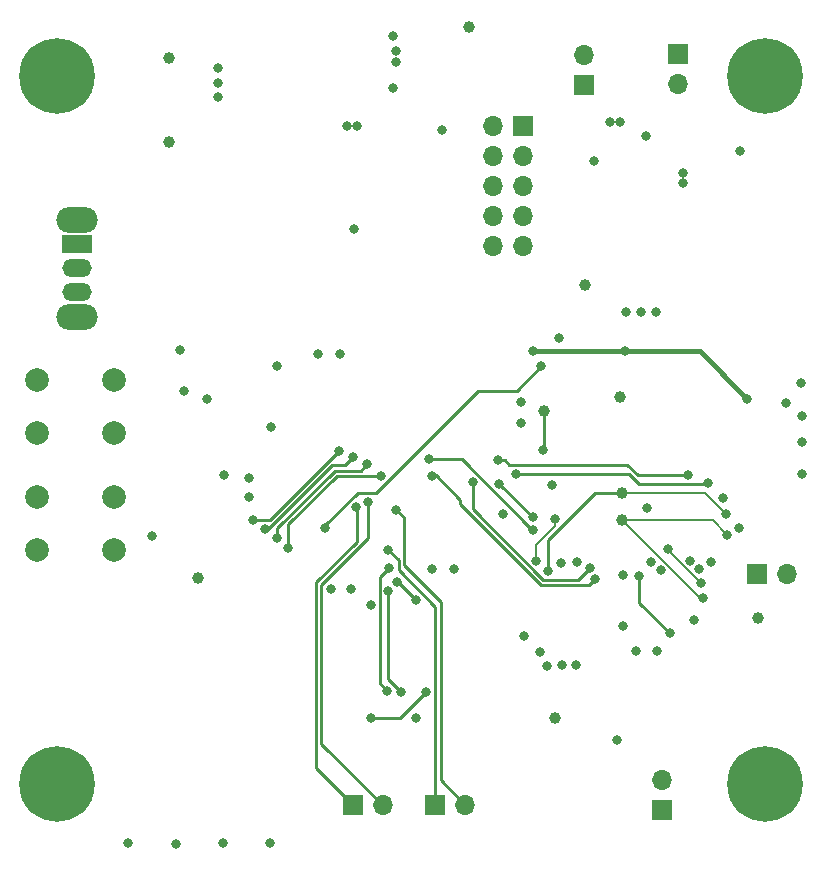
<source format=gbr>
%TF.GenerationSoftware,KiCad,Pcbnew,8.0.3-8.0.3-0~ubuntu22.04.1*%
%TF.CreationDate,2024-06-17T20:55:48-07:00*%
%TF.ProjectId,A1-FlightComputer,41312d46-6c69-4676-9874-436f6d707574,rev?*%
%TF.SameCoordinates,Original*%
%TF.FileFunction,Copper,L4,Bot*%
%TF.FilePolarity,Positive*%
%FSLAX46Y46*%
G04 Gerber Fmt 4.6, Leading zero omitted, Abs format (unit mm)*
G04 Created by KiCad (PCBNEW 8.0.3-8.0.3-0~ubuntu22.04.1) date 2024-06-17 20:55:48*
%MOMM*%
%LPD*%
G01*
G04 APERTURE LIST*
%TA.AperFunction,ComponentPad*%
%ADD10C,1.000000*%
%TD*%
%TA.AperFunction,ComponentPad*%
%ADD11C,6.400000*%
%TD*%
%TA.AperFunction,ComponentPad*%
%ADD12R,1.700000X1.700000*%
%TD*%
%TA.AperFunction,ComponentPad*%
%ADD13O,1.700000X1.700000*%
%TD*%
%TA.AperFunction,ComponentPad*%
%ADD14C,2.000000*%
%TD*%
%TA.AperFunction,ComponentPad*%
%ADD15O,3.500000X2.200000*%
%TD*%
%TA.AperFunction,ComponentPad*%
%ADD16R,2.500000X1.500000*%
%TD*%
%TA.AperFunction,ComponentPad*%
%ADD17O,2.500000X1.500000*%
%TD*%
%TA.AperFunction,ViaPad*%
%ADD18C,0.800000*%
%TD*%
%TA.AperFunction,Conductor*%
%ADD19C,0.250000*%
%TD*%
%TA.AperFunction,Conductor*%
%ADD20C,0.400000*%
%TD*%
%TA.AperFunction,Conductor*%
%ADD21C,0.200000*%
%TD*%
G04 APERTURE END LIST*
D10*
%TO.P,TP204,1,1*%
%TO.N,GND*%
X137150000Y-47800000D03*
%TD*%
%TO.P,TP401,1,1*%
%TO.N,+BATT*%
X162486800Y-45106000D03*
%TD*%
%TO.P,TP206,1,1*%
%TO.N,GND*%
X187000000Y-95200000D03*
%TD*%
%TO.P,TP402,1,1*%
%TO.N,+5V*%
X172310000Y-67005600D03*
%TD*%
%TO.P,TP201,1,1*%
%TO.N,/Peripherals/I2C_SDA*%
X175449200Y-84614000D03*
%TD*%
D11*
%TO.P,H104,1,1*%
%TO.N,unconnected-(H104-Pad1)*%
X127678000Y-109200000D03*
%TD*%
D10*
%TO.P,TP207,1,1*%
%TO.N,GND*%
X139550000Y-91775000D03*
%TD*%
D12*
%TO.P,J301,1,Pin_1*%
%TO.N,+5V*%
X178875000Y-111450000D03*
D13*
%TO.P,J301,2,Pin_2*%
%TO.N,Net-(J301-Pin_2)*%
X178875000Y-108910000D03*
%TD*%
D10*
%TO.P,TP205,1,1*%
%TO.N,GND*%
X175300000Y-76500000D03*
%TD*%
D14*
%TO.P,SW202,1,1*%
%TO.N,/STM32/NRST*%
X125950000Y-84937600D03*
X132450000Y-84937600D03*
%TO.P,SW202,2,2*%
%TO.N,GND*%
X125950000Y-89437600D03*
X132450000Y-89437600D03*
%TD*%
D12*
%TO.P,J302,1,Pin_1*%
%TO.N,/Peripherals/I2C_SCL*%
X186875000Y-91485000D03*
D13*
%TO.P,J302,2,Pin_2*%
%TO.N,/Peripherals/I2C_SDA*%
X189415000Y-91485000D03*
%TD*%
D10*
%TO.P,TP208,1,1*%
%TO.N,/STM32/USB_OTG_ID*%
X168859200Y-77673200D03*
%TD*%
D15*
%TO.P,SW203,*%
%TO.N,*%
X129350000Y-61450000D03*
X129350000Y-69650000D03*
D16*
%TO.P,SW203,1,A*%
%TO.N,+3V3*%
X129350000Y-63550000D03*
D17*
%TO.P,SW203,2,B*%
%TO.N,Net-(SW203-B)*%
X129350000Y-65550000D03*
%TO.P,SW203,3,C*%
%TO.N,GND*%
X129350000Y-67550000D03*
%TD*%
D10*
%TO.P,TP203,1,1*%
%TO.N,/Peripherals/Buzzer_ON*%
X169800000Y-103650000D03*
%TD*%
D12*
%TO.P,J202,1,Pin_1*%
%TO.N,/STM32/PB8*%
X152660000Y-111000000D03*
D13*
%TO.P,J202,2,Pin_2*%
%TO.N,/STM32/PB9*%
X155200000Y-111000000D03*
%TD*%
D11*
%TO.P,H103,1,1*%
%TO.N,unconnected-(H103-Pad1)*%
X187622000Y-109200000D03*
%TD*%
D12*
%TO.P,J201,1,Pin_1*%
%TO.N,/STM32/PC4*%
X159660000Y-111000000D03*
D13*
%TO.P,J201,2,Pin_2*%
%TO.N,/STM32/PC5*%
X162200000Y-111000000D03*
%TD*%
D14*
%TO.P,SW201,1,1*%
%TO.N,+3V3*%
X132450000Y-79552800D03*
X125950000Y-79552800D03*
%TO.P,SW201,2,2*%
%TO.N,Net-(R201-Pad1)*%
X132450000Y-75052800D03*
X125950000Y-75052800D03*
%TD*%
D10*
%TO.P,TP202,1,1*%
%TO.N,/Peripherals/I2C_SCL*%
X175500000Y-86900000D03*
%TD*%
D11*
%TO.P,H102,1,1*%
%TO.N,unconnected-(H102-Pad1)*%
X187622000Y-49256000D03*
%TD*%
D12*
%TO.P,J203,1,Pin_1*%
%TO.N,GND*%
X167100000Y-53480000D03*
D13*
%TO.P,J203,2,Pin_2*%
%TO.N,+3V3*%
X164560000Y-53480000D03*
%TO.P,J203,3,Pin_3*%
%TO.N,/STM32/JTMS{slash}SWDIO*%
X167100000Y-56020000D03*
%TO.P,J203,4,Pin_4*%
%TO.N,/STM32/JTAG_CON*%
X164560000Y-56020000D03*
%TO.P,J203,5,Pin_5*%
%TO.N,/STM32/JTCK{slash}SWCLK*%
X167100000Y-58560000D03*
%TO.P,J203,6,Pin_6*%
%TO.N,/STM32/NJTRST*%
X164560000Y-58560000D03*
%TO.P,J203,7,Pin_7*%
%TO.N,/STM32/JTDI*%
X167100000Y-61100000D03*
%TO.P,J203,8,Pin_8*%
%TO.N,/STM32/JTDO{slash}TRACESWO*%
X164560000Y-61100000D03*
%TO.P,J203,9,Pin_9*%
%TO.N,Net-(J203-Pin_9)*%
X167100000Y-63640000D03*
%TO.P,J203,10,Pin_10*%
%TO.N,Net-(J203-Pin_10)*%
X164560000Y-63640000D03*
%TD*%
D12*
%TO.P,J401,1,Pin_1*%
%TO.N,Net-(D401-A)*%
X172239400Y-50071000D03*
D13*
%TO.P,J401,2,Pin_2*%
%TO.N,Net-(J401-Pin_2)*%
X172239400Y-47531000D03*
%TD*%
D11*
%TO.P,H101,1,1*%
%TO.N,unconnected-(H101-Pad1)*%
X127678000Y-49256000D03*
%TD*%
D12*
%TO.P,SW401,1,A*%
%TO.N,Net-(J401-Pin_2)*%
X180200000Y-47460000D03*
D13*
%TO.P,SW401,2,B*%
%TO.N,GND*%
X180200000Y-50000000D03*
%TD*%
D10*
%TO.P,TP403,1,1*%
%TO.N,+3V3*%
X137100000Y-54850000D03*
%TD*%
D18*
%TO.N,GND*%
X190676000Y-78107400D03*
X183000000Y-90450000D03*
X135686800Y-88239600D03*
X180652000Y-58370000D03*
X170150000Y-71450000D03*
X143922000Y-83283200D03*
X185434400Y-55659200D03*
X177550000Y-85900000D03*
X150825200Y-92760800D03*
X166928800Y-78638400D03*
X180652000Y-57506400D03*
X160214400Y-53853600D03*
X175057200Y-105542800D03*
X184000000Y-85000000D03*
X173082800Y-56468000D03*
X189376000Y-76948200D03*
X177950000Y-90450000D03*
X158038800Y-103632000D03*
X190625200Y-75313400D03*
X145796000Y-78994000D03*
X171634100Y-90393200D03*
X168512500Y-98018000D03*
X151587200Y-72796400D03*
X140360400Y-76606400D03*
X159410400Y-91033600D03*
X146262400Y-73812400D03*
X178750000Y-91150000D03*
X190676000Y-82984200D03*
X152157600Y-53476200D03*
X176650000Y-98000000D03*
X175550000Y-95850000D03*
X141782800Y-83108800D03*
X170400000Y-99150000D03*
X190676000Y-80241000D03*
X153021200Y-53476200D03*
X185420000Y-87528400D03*
X138415200Y-75945600D03*
X156120000Y-45907000D03*
%TO.N,+3V3*%
X156120000Y-50275800D03*
X181600000Y-95350000D03*
X152742800Y-62258800D03*
X166928800Y-76911200D03*
X175600000Y-91550000D03*
X170334100Y-90543200D03*
X154228800Y-94081600D03*
X171600000Y-99150000D03*
X141235600Y-48599400D03*
X138065200Y-72445600D03*
X137672800Y-114273200D03*
X143922000Y-84908800D03*
X141235600Y-49869400D03*
X169570400Y-83921600D03*
X182000000Y-91050000D03*
X181250000Y-90350000D03*
X141235600Y-51088600D03*
X145682400Y-114265200D03*
X169150000Y-99200000D03*
X165404800Y-86410800D03*
X133673600Y-114264400D03*
X161239200Y-91033600D03*
X141682400Y-114265200D03*
X149758400Y-72796400D03*
X178400000Y-98000000D03*
X167140900Y-96697200D03*
X152552400Y-92760800D03*
%TO.N,+5V*%
X177100000Y-69250000D03*
X175830000Y-69250000D03*
X177502400Y-54356800D03*
X178319200Y-69250000D03*
%TO.N,/Peripherals/LED3*%
X155041600Y-83159600D03*
X147218400Y-89255600D03*
%TO.N,/Peripherals/LED2*%
X153924000Y-82143600D03*
X146304000Y-88442800D03*
%TO.N,/Peripherals/LED1*%
X152704800Y-81584800D03*
X145288000Y-87680800D03*
%TO.N,/Peripherals/LED0*%
X151485600Y-81076800D03*
X144272000Y-86868000D03*
%TO.N,+BATT*%
X175267200Y-53205600D03*
X175750000Y-72600000D03*
X156323200Y-47177000D03*
X156323200Y-48091400D03*
X167900000Y-72600000D03*
X186060500Y-76650000D03*
X174454400Y-53205600D03*
%TO.N,/STM32/PB8*%
X152950000Y-85750000D03*
%TO.N,/STM32/PB9*%
X153950000Y-85350000D03*
%TO.N,/STM32/PC4*%
X155702000Y-89408000D03*
%TO.N,/STM32/PC5*%
X156362400Y-86004400D03*
%TO.N,/Peripherals/I2C_SDA*%
X184302400Y-86410800D03*
X182200000Y-92250000D03*
X179350000Y-89350000D03*
X169223700Y-91160000D03*
%TO.N,/Peripherals/I2C_SCL*%
X184404000Y-88138000D03*
X182322800Y-93463200D03*
X169800000Y-86750000D03*
X168200000Y-90312500D03*
%TO.N,/STM32/QuadSPI_IO2*%
X156768800Y-101447600D03*
X155702000Y-92862400D03*
%TO.N,/STM32/QuadSPI_IO1*%
X155752800Y-90932000D03*
X155549600Y-101346000D03*
%TO.N,/STM32/QuadSPI_IO0*%
X158038800Y-93624400D03*
X156464000Y-92100400D03*
%TO.N,/STM32/USB_OTG_ID*%
X168757600Y-80924400D03*
%TO.N,/STM32/QuadSPI_NCS*%
X154228800Y-103632000D03*
X158902400Y-101447600D03*
%TO.N,/Peripherals/BME_CS*%
X182727600Y-83718400D03*
X166522400Y-83007200D03*
%TO.N,/Peripherals/BME_INT*%
X181051200Y-83108800D03*
X164998400Y-81838800D03*
%TO.N,/Peripherals/LSM_INT1*%
X165100000Y-83820000D03*
X167900000Y-86650000D03*
%TO.N,/Peripherals/LSM_INT2*%
X167900000Y-87700000D03*
X159150000Y-81700000D03*
X179522800Y-96463200D03*
X176954800Y-91650000D03*
%TO.N,Net-(U201-PA3)*%
X168650000Y-73850000D03*
X150350000Y-87550000D03*
%TO.N,/Peripherals/ADX_INT1*%
X173184100Y-91893200D03*
X159350000Y-83150000D03*
%TO.N,/Peripherals/ADX_INT2*%
X172784100Y-90943200D03*
X162850000Y-83700000D03*
%TD*%
D19*
%TO.N,/Peripherals/LED3*%
X155041600Y-83159600D02*
X151311988Y-83159600D01*
X151311988Y-83159600D02*
X147218400Y-87253188D01*
X147218400Y-87253188D02*
X147218400Y-89255600D01*
%TO.N,/Peripherals/LED2*%
X146304000Y-87531192D02*
X146304000Y-88442800D01*
X153924000Y-82143600D02*
X153372400Y-82695200D01*
X151139992Y-82695200D02*
X146304000Y-87531192D01*
X153372400Y-82695200D02*
X151139992Y-82695200D01*
%TO.N,/Peripherals/LED1*%
X150953596Y-82245200D02*
X145517996Y-87680800D01*
X152044400Y-82245200D02*
X150953596Y-82245200D01*
X152704800Y-81584800D02*
X152044400Y-82245200D01*
X145517996Y-87680800D02*
X145288000Y-87680800D01*
%TO.N,/Peripherals/LED0*%
X144272000Y-86868000D02*
X145694400Y-86868000D01*
X145694400Y-86868000D02*
X151485600Y-81076800D01*
D20*
%TO.N,+BATT*%
X182050000Y-72600000D02*
X175750000Y-72600000D01*
D19*
X186060500Y-76650000D02*
X186060500Y-76610500D01*
D20*
X175750000Y-72600000D02*
X167900000Y-72600000D01*
X186060500Y-76610500D02*
X182050000Y-72600000D01*
D19*
%TO.N,/STM32/PB8*%
X153000000Y-85750000D02*
X153000000Y-88713604D01*
X149550000Y-107890000D02*
X152660000Y-111000000D01*
X149550000Y-92163604D02*
X149550000Y-107890000D01*
X153000000Y-88713604D02*
X149550000Y-92163604D01*
%TO.N,/STM32/PB9*%
X150000000Y-105800000D02*
X155200000Y-111000000D01*
X153931200Y-88418800D02*
X150000000Y-92350000D01*
X153950000Y-85350000D02*
X153931200Y-85368800D01*
X150000000Y-92350000D02*
X150000000Y-105800000D01*
X153931200Y-85368800D02*
X153931200Y-88418800D01*
%TO.N,/STM32/PC4*%
X155702000Y-89408000D02*
X156565600Y-90271600D01*
X156565600Y-90271600D02*
X156565600Y-91125895D01*
X159664400Y-103031705D02*
X159660000Y-103036105D01*
X159660000Y-103036105D02*
X159660000Y-111000000D01*
X159664400Y-94224695D02*
X159664400Y-103031705D01*
X156565600Y-91125895D02*
X159664400Y-94224695D01*
%TO.N,/STM32/PC5*%
X160114400Y-93796396D02*
X160114400Y-108914400D01*
X157015600Y-90697596D02*
X160114400Y-93796396D01*
X160114400Y-108914400D02*
X162200000Y-111000000D01*
X157015600Y-86657600D02*
X157015600Y-90697596D01*
X156362400Y-86004400D02*
X157015600Y-86657600D01*
D21*
%TO.N,/Peripherals/I2C_SDA*%
X182160050Y-92250000D02*
X179350000Y-89439950D01*
X179350000Y-89439950D02*
X179350000Y-89350000D01*
X175449200Y-84614000D02*
X182505600Y-84614000D01*
D19*
X169223700Y-88577340D02*
X169223700Y-91160000D01*
X173187040Y-84614000D02*
X175449200Y-84614000D01*
D21*
X182505600Y-84614000D02*
X184302400Y-86410800D01*
X182200000Y-92250000D02*
X182160050Y-92250000D01*
D19*
X169223700Y-88577340D02*
X173187040Y-84614000D01*
D21*
%TO.N,/Peripherals/I2C_SCL*%
X183166000Y-86900000D02*
X175500000Y-86900000D01*
X182063200Y-93463200D02*
X175500000Y-86900000D01*
X168200000Y-90212500D02*
X168200000Y-90312500D01*
X182322800Y-93463200D02*
X182063200Y-93463200D01*
X168200000Y-90312500D02*
X168100000Y-90312500D01*
X168100000Y-90312500D02*
X168200000Y-90212500D01*
X168200000Y-89000000D02*
X169800000Y-87400000D01*
X168200000Y-90312500D02*
X168200000Y-89000000D01*
X169800000Y-87400000D02*
X169800000Y-86750000D01*
X184404000Y-88138000D02*
X183166000Y-86900000D01*
D19*
%TO.N,/STM32/QuadSPI_IO2*%
X155702000Y-100380800D02*
X156768800Y-101447600D01*
X155702000Y-92862400D02*
X155702000Y-100380800D01*
%TO.N,/STM32/QuadSPI_IO1*%
X155549600Y-101295200D02*
X155549600Y-101346000D01*
X155549600Y-101346000D02*
X155600400Y-101346000D01*
X155600400Y-101346000D02*
X155498800Y-101244400D01*
X154977000Y-91707800D02*
X154977000Y-100722600D01*
X154977000Y-100722600D02*
X155549600Y-101295200D01*
X155752800Y-90932000D02*
X154977000Y-91707800D01*
%TO.N,/STM32/QuadSPI_IO0*%
X158038800Y-93624400D02*
X156514800Y-92100400D01*
X156514800Y-92100400D02*
X156464000Y-92100400D01*
%TO.N,/STM32/USB_OTG_ID*%
X168757600Y-80924400D02*
X168859200Y-80822800D01*
X168859200Y-80822800D02*
X168859200Y-77673200D01*
%TO.N,/STM32/QuadSPI_NCS*%
X158902400Y-101447600D02*
X156718000Y-103632000D01*
X156718000Y-103632000D02*
X154228800Y-103632000D01*
%TO.N,/Peripherals/BME_CS*%
X176075204Y-83000000D02*
X166529600Y-83000000D01*
X182612200Y-83833800D02*
X176923404Y-83833800D01*
X176089604Y-83000000D02*
X176082404Y-83007200D01*
X182727600Y-83718400D02*
X182612200Y-83833800D01*
X176082404Y-83007200D02*
X176075204Y-83000000D01*
X166529600Y-83000000D02*
X166522400Y-83007200D01*
X176923404Y-83833800D02*
X176089604Y-83000000D01*
%TO.N,/Peripherals/BME_INT*%
X175920400Y-82194400D02*
X165912800Y-82194400D01*
X164998400Y-81838800D02*
X165557200Y-81838800D01*
X181051200Y-83108800D02*
X176834800Y-83108800D01*
X176834800Y-83108800D02*
X175920400Y-82194400D01*
X165912800Y-82194400D02*
X165557200Y-81838800D01*
%TO.N,/Peripherals/LSM_INT1*%
X165100000Y-83820000D02*
X165100000Y-83850000D01*
X165100000Y-83850000D02*
X167900000Y-86650000D01*
%TO.N,/Peripherals/LSM_INT2*%
X161925305Y-81750000D02*
X167875305Y-87700000D01*
X167875305Y-87700000D02*
X167900000Y-87700000D01*
X176954800Y-91650000D02*
X176954800Y-93885200D01*
X159200000Y-81750000D02*
X159150000Y-81700000D01*
X176954800Y-93885200D02*
X179545600Y-96476000D01*
X161953895Y-81750000D02*
X161800000Y-81750000D01*
X161800000Y-81750000D02*
X161925305Y-81750000D01*
X161800000Y-81750000D02*
X159200000Y-81750000D01*
%TO.N,Net-(U201-PA3)*%
X166550000Y-75950000D02*
X163276505Y-75950000D01*
X154676505Y-84550000D02*
X153124695Y-84550000D01*
X153124695Y-84550000D02*
X150350000Y-87324695D01*
X168650000Y-73850000D02*
X166550000Y-75950000D01*
X150350000Y-87324695D02*
X150350000Y-87550000D01*
X163276505Y-75950000D02*
X154676505Y-84550000D01*
%TO.N,/Peripherals/ADX_INT1*%
X173184100Y-91893200D02*
X172689800Y-92387500D01*
X172689800Y-92387500D02*
X168613299Y-92387500D01*
X168613299Y-92387500D02*
X161750000Y-85524201D01*
X161750000Y-85150000D02*
X159700000Y-83100000D01*
X159700000Y-83100000D02*
X159150000Y-83100000D01*
X161750000Y-85524201D02*
X161750000Y-85150000D01*
%TO.N,/Peripherals/ADX_INT2*%
X162850000Y-85987805D02*
X162850000Y-83700000D01*
X168799695Y-91937500D02*
X171789800Y-91937500D01*
X171789800Y-91937500D02*
X172784100Y-90943200D01*
X168799695Y-91937500D02*
X162850000Y-85987805D01*
%TD*%
M02*

</source>
